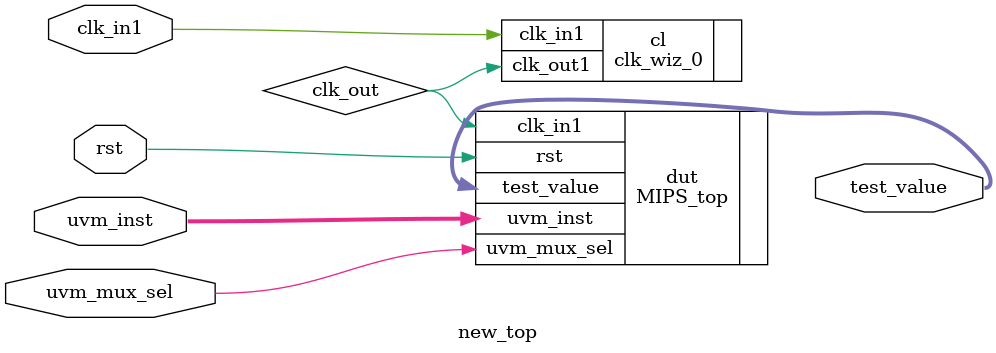
<source format=v>
`timescale 1ns / 1ps


module new_top(
    input [31:0] uvm_inst,
    input uvm_mux_sel,
input clk_in1,
input rst,
output [31:0] test_value
    );
    wire clk_out;
    clk_wiz_0 cl(
    .clk_in1(clk_in1)
    ,.clk_out1(clk_out)
    
    );
    MIPS_top dut (
    .uvm_inst(uvm_inst),
    .uvm_mux_sel(uvm_mux_sel),
    .clk_in1(clk_out),
    .rst(rst),
    .test_value(test_value)
    
    
    );
    
    
    
endmodule

</source>
